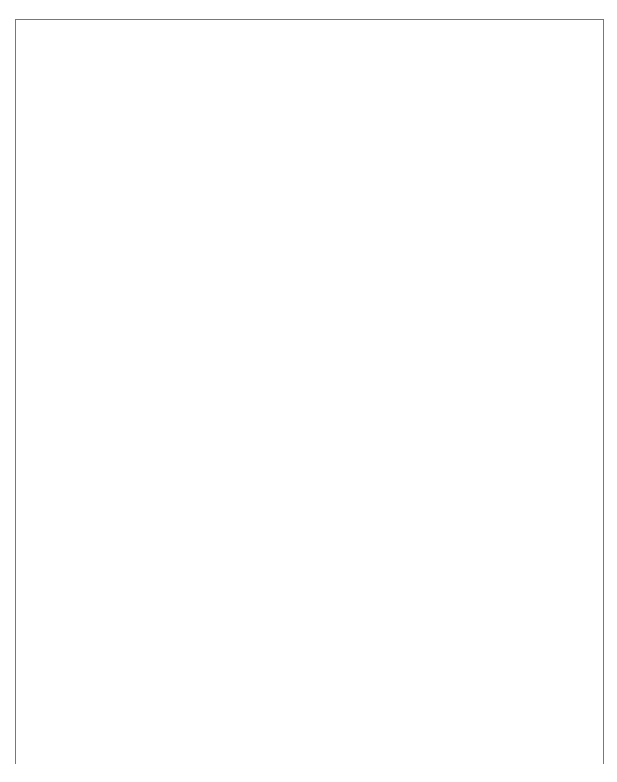
<source format=gbr>
%TF.GenerationSoftware,KiCad,Pcbnew,(5.1.8-0-10_14)*%
%TF.CreationDate,2021-07-26T19:01:57-04:00*%
%TF.ProjectId,Test,54657374-2e6b-4696-9361-645f70636258,rev?*%
%TF.SameCoordinates,PX9b0780PY44cb540*%
%TF.FileFunction,Profile,NP*%
%FSLAX46Y46*%
G04 Gerber Fmt 4.6, Leading zero omitted, Abs format (unit mm)*
G04 Created by KiCad (PCBNEW (5.1.8-0-10_14)) date 2021-07-26 19:01:57*
%MOMM*%
%LPD*%
G01*
G04 APERTURE LIST*
%TA.AperFunction,Profile*%
%ADD10C,0.050000*%
%TD*%
G04 APERTURE END LIST*
D10*
X0Y0D02*
X0Y63000000D01*
X49750000Y63000000D02*
X49750000Y0D01*
X0Y63000000D02*
X49750000Y63000000D01*
M02*

</source>
